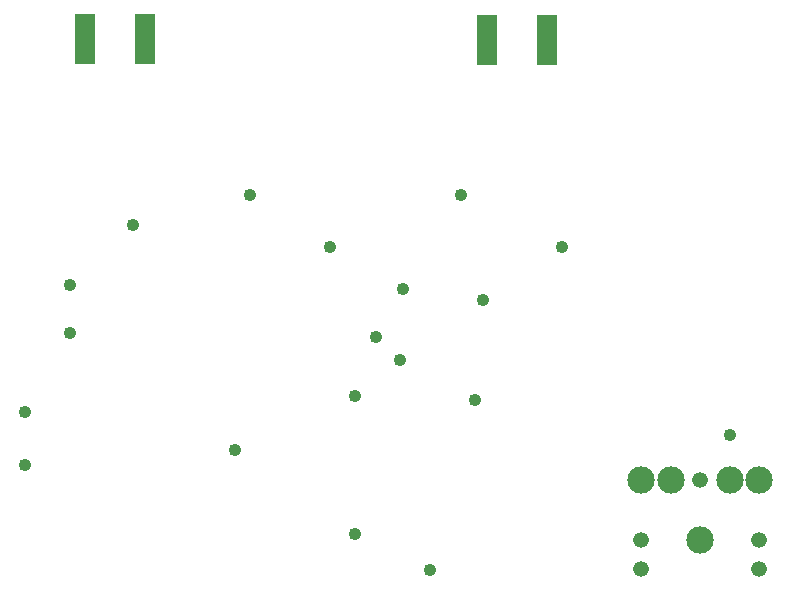
<source format=gbr>
G04 EAGLE Gerber RS-274X export*
G75*
%MOMM*%
%FSLAX34Y34*%
%LPD*%
%INSoldermask Bottom*%
%IPPOS*%
%AMOC8*
5,1,8,0,0,1.08239X$1,22.5*%
G01*
%ADD10C,2.311400*%
%ADD11C,1.327000*%
%ADD12R,1.651000X4.191000*%
%ADD13C,1.079500*%


D10*
X584200Y38100D03*
X559200Y88100D03*
X534200Y88100D03*
X609200Y88100D03*
X634200Y88100D03*
D11*
X534200Y38100D03*
X534200Y13100D03*
X634200Y13100D03*
X634200Y38100D03*
X584200Y88100D03*
D12*
X114300Y462280D03*
X63500Y462280D03*
X454660Y461010D03*
X403860Y461010D03*
D13*
X467360Y285750D03*
X332740Y250190D03*
X400050Y241300D03*
X381300Y330200D03*
X50800Y254000D03*
X309880Y209550D03*
X104267Y304800D03*
X330200Y190500D03*
X270510Y285750D03*
X609200Y127000D03*
X292100Y160020D03*
X393700Y156210D03*
X203200Y330200D03*
X50800Y213320D03*
X190500Y114300D03*
X292100Y43180D03*
X12700Y101600D03*
X355600Y12700D03*
X12700Y146050D03*
M02*

</source>
